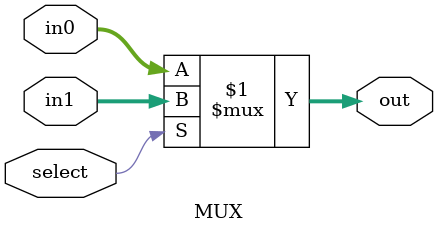
<source format=v>

module MUX(in1, in0,out, select);

parameter INPUT_LEN = 32;

input [INPUT_LEN - 1 : 0] in1, in0;
input select;
output [INPUT_LEN - 1 : 0] out;

assign out = select ? in1 : in0;



endmodule

</source>
